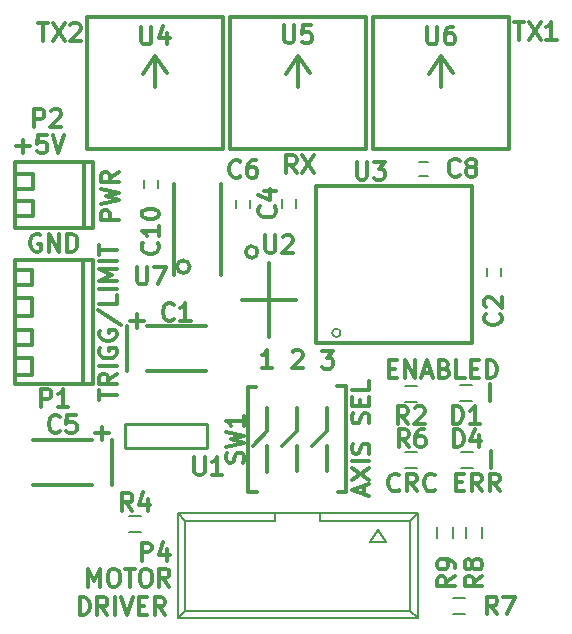
<source format=gto>
G04 #@! TF.FileFunction,Legend,Top*
%FSLAX46Y46*%
G04 Gerber Fmt 4.6, Leading zero omitted, Abs format (unit mm)*
G04 Created by KiCad (PCBNEW 4.0.0-rc1-stable) date 12.5.2016 9:41:06*
%MOMM*%
G01*
G04 APERTURE LIST*
%ADD10C,0.100000*%
%ADD11C,0.300000*%
%ADD12C,0.150000*%
%ADD13C,0.304800*%
%ADD14C,0.250000*%
G04 APERTURE END LIST*
D10*
D11*
X-15171429Y8350000D02*
X-16671429Y8350000D01*
X-16671429Y8921428D01*
X-16600000Y9064286D01*
X-16528571Y9135714D01*
X-16385714Y9207143D01*
X-16171429Y9207143D01*
X-16028571Y9135714D01*
X-15957143Y9064286D01*
X-15885714Y8921428D01*
X-15885714Y8350000D01*
X-16671429Y9707143D02*
X-15171429Y10064286D01*
X-16242857Y10350000D01*
X-15171429Y10635714D01*
X-16671429Y10992857D01*
X-15171429Y12421429D02*
X-15885714Y11921429D01*
X-15171429Y11564286D02*
X-16671429Y11564286D01*
X-16671429Y12135714D01*
X-16600000Y12278572D01*
X-16528571Y12350000D01*
X-16385714Y12421429D01*
X-16171429Y12421429D01*
X-16028571Y12350000D01*
X-15957143Y12278572D01*
X-15885714Y12135714D01*
X-15885714Y11564286D01*
X2050001Y-2728571D02*
X2978572Y-2728571D01*
X2478572Y-3300000D01*
X2692858Y-3300000D01*
X2835715Y-3371429D01*
X2907144Y-3442857D01*
X2978572Y-3585714D01*
X2978572Y-3942857D01*
X2907144Y-4085714D01*
X2835715Y-4157143D01*
X2692858Y-4228571D01*
X2264286Y-4228571D01*
X2121429Y-4157143D01*
X2050001Y-4085714D01*
X-428571Y-2821429D02*
X-357142Y-2750000D01*
X-214285Y-2678571D01*
X142858Y-2678571D01*
X285715Y-2750000D01*
X357144Y-2821429D01*
X428572Y-2964286D01*
X428572Y-3107143D01*
X357144Y-3321429D01*
X-499999Y-4178571D01*
X428572Y-4178571D01*
X5650000Y-14864285D02*
X5650000Y-14149999D01*
X6078571Y-15007142D02*
X4578571Y-14507142D01*
X6078571Y-14007142D01*
X4578571Y-13649999D02*
X6078571Y-12649999D01*
X4578571Y-12649999D02*
X6078571Y-13649999D01*
X6078571Y-12078571D02*
X4578571Y-12078571D01*
X6007143Y-11435714D02*
X6078571Y-11221428D01*
X6078571Y-10864285D01*
X6007143Y-10721428D01*
X5935714Y-10649999D01*
X5792857Y-10578571D01*
X5650000Y-10578571D01*
X5507143Y-10649999D01*
X5435714Y-10721428D01*
X5364286Y-10864285D01*
X5292857Y-11149999D01*
X5221429Y-11292857D01*
X5150000Y-11364285D01*
X5007143Y-11435714D01*
X4864286Y-11435714D01*
X4721429Y-11364285D01*
X4650000Y-11292857D01*
X4578571Y-11149999D01*
X4578571Y-10792857D01*
X4650000Y-10578571D01*
X6007143Y-8864286D02*
X6078571Y-8650000D01*
X6078571Y-8292857D01*
X6007143Y-8150000D01*
X5935714Y-8078571D01*
X5792857Y-8007143D01*
X5650000Y-8007143D01*
X5507143Y-8078571D01*
X5435714Y-8150000D01*
X5364286Y-8292857D01*
X5292857Y-8578571D01*
X5221429Y-8721429D01*
X5150000Y-8792857D01*
X5007143Y-8864286D01*
X4864286Y-8864286D01*
X4721429Y-8792857D01*
X4650000Y-8721429D01*
X4578571Y-8578571D01*
X4578571Y-8221429D01*
X4650000Y-8007143D01*
X5292857Y-7364286D02*
X5292857Y-6864286D01*
X6078571Y-6650000D02*
X6078571Y-7364286D01*
X4578571Y-7364286D01*
X4578571Y-6650000D01*
X6078571Y-5292857D02*
X6078571Y-6007143D01*
X4578571Y-6007143D01*
X-16821429Y-6871429D02*
X-16821429Y-6014286D01*
X-15321429Y-6442857D02*
X-16821429Y-6442857D01*
X-15321429Y-4657143D02*
X-16035714Y-5157143D01*
X-15321429Y-5514286D02*
X-16821429Y-5514286D01*
X-16821429Y-4942858D01*
X-16750000Y-4800000D01*
X-16678571Y-4728572D01*
X-16535714Y-4657143D01*
X-16321429Y-4657143D01*
X-16178571Y-4728572D01*
X-16107143Y-4800000D01*
X-16035714Y-4942858D01*
X-16035714Y-5514286D01*
X-15321429Y-4014286D02*
X-16821429Y-4014286D01*
X-16750000Y-2514286D02*
X-16821429Y-2657143D01*
X-16821429Y-2871429D01*
X-16750000Y-3085714D01*
X-16607143Y-3228572D01*
X-16464286Y-3300000D01*
X-16178571Y-3371429D01*
X-15964286Y-3371429D01*
X-15678571Y-3300000D01*
X-15535714Y-3228572D01*
X-15392857Y-3085714D01*
X-15321429Y-2871429D01*
X-15321429Y-2728572D01*
X-15392857Y-2514286D01*
X-15464286Y-2442857D01*
X-15964286Y-2442857D01*
X-15964286Y-2728572D01*
X-16750000Y-1014286D02*
X-16821429Y-1157143D01*
X-16821429Y-1371429D01*
X-16750000Y-1585714D01*
X-16607143Y-1728572D01*
X-16464286Y-1800000D01*
X-16178571Y-1871429D01*
X-15964286Y-1871429D01*
X-15678571Y-1800000D01*
X-15535714Y-1728572D01*
X-15392857Y-1585714D01*
X-15321429Y-1371429D01*
X-15321429Y-1228572D01*
X-15392857Y-1014286D01*
X-15464286Y-942857D01*
X-15964286Y-942857D01*
X-15964286Y-1228572D01*
X-16892857Y771428D02*
X-14964286Y-514286D01*
X-15321429Y1985715D02*
X-15321429Y1271429D01*
X-16821429Y1271429D01*
X-15321429Y2485715D02*
X-16821429Y2485715D01*
X-15321429Y3200001D02*
X-16821429Y3200001D01*
X-15750000Y3700001D01*
X-16821429Y4200001D01*
X-15321429Y4200001D01*
X-15321429Y4914287D02*
X-16821429Y4914287D01*
X-16821429Y5414287D02*
X-16821429Y6271430D01*
X-15321429Y5842859D02*
X-16821429Y5842859D01*
X-21792857Y7100000D02*
X-21935714Y7171429D01*
X-22150000Y7171429D01*
X-22364285Y7100000D01*
X-22507143Y6957143D01*
X-22578571Y6814286D01*
X-22650000Y6528571D01*
X-22650000Y6314286D01*
X-22578571Y6028571D01*
X-22507143Y5885714D01*
X-22364285Y5742857D01*
X-22150000Y5671429D01*
X-22007143Y5671429D01*
X-21792857Y5742857D01*
X-21721428Y5814286D01*
X-21721428Y6314286D01*
X-22007143Y6314286D01*
X-21078571Y5671429D02*
X-21078571Y7171429D01*
X-20221428Y5671429D01*
X-20221428Y7171429D01*
X-19507142Y5671429D02*
X-19507142Y7171429D01*
X-19149999Y7171429D01*
X-18935714Y7100000D01*
X-18792856Y6957143D01*
X-18721428Y6814286D01*
X-18649999Y6528571D01*
X-18649999Y6314286D01*
X-18721428Y6028571D01*
X-18792856Y5885714D01*
X-18935714Y5742857D01*
X-19149999Y5671429D01*
X-19507142Y5671429D01*
X-23828571Y14592857D02*
X-22685714Y14592857D01*
X-23257143Y14021429D02*
X-23257143Y15164286D01*
X-21257142Y15521429D02*
X-21971428Y15521429D01*
X-22042857Y14807143D01*
X-21971428Y14878571D01*
X-21828571Y14950000D01*
X-21471428Y14950000D01*
X-21328571Y14878571D01*
X-21257142Y14807143D01*
X-21185714Y14664286D01*
X-21185714Y14307143D01*
X-21257142Y14164286D01*
X-21328571Y14092857D01*
X-21471428Y14021429D01*
X-21828571Y14021429D01*
X-21971428Y14092857D01*
X-22042857Y14164286D01*
X-20757143Y15521429D02*
X-20257143Y14021429D01*
X-19757143Y15521429D01*
X7714286Y-4242857D02*
X8214286Y-4242857D01*
X8428572Y-5028571D02*
X7714286Y-5028571D01*
X7714286Y-3528571D01*
X8428572Y-3528571D01*
X9071429Y-5028571D02*
X9071429Y-3528571D01*
X9928572Y-5028571D01*
X9928572Y-3528571D01*
X10571429Y-4600000D02*
X11285715Y-4600000D01*
X10428572Y-5028571D02*
X10928572Y-3528571D01*
X11428572Y-5028571D01*
X12428572Y-4242857D02*
X12642858Y-4314286D01*
X12714286Y-4385714D01*
X12785715Y-4528571D01*
X12785715Y-4742857D01*
X12714286Y-4885714D01*
X12642858Y-4957143D01*
X12500000Y-5028571D01*
X11928572Y-5028571D01*
X11928572Y-3528571D01*
X12428572Y-3528571D01*
X12571429Y-3600000D01*
X12642858Y-3671429D01*
X12714286Y-3814286D01*
X12714286Y-3957143D01*
X12642858Y-4100000D01*
X12571429Y-4171429D01*
X12428572Y-4242857D01*
X11928572Y-4242857D01*
X14142858Y-5028571D02*
X13428572Y-5028571D01*
X13428572Y-3528571D01*
X14642858Y-4242857D02*
X15142858Y-4242857D01*
X15357144Y-5028571D02*
X14642858Y-5028571D01*
X14642858Y-3528571D01*
X15357144Y-3528571D01*
X16000001Y-5028571D02*
X16000001Y-3528571D01*
X16357144Y-3528571D01*
X16571429Y-3600000D01*
X16714287Y-3742857D01*
X16785715Y-3885714D01*
X16857144Y-4171429D01*
X16857144Y-4385714D01*
X16785715Y-4671429D01*
X16714287Y-4814286D01*
X16571429Y-4957143D01*
X16357144Y-5028571D01*
X16000001Y-5028571D01*
X-2171428Y-4178571D02*
X-3028571Y-4178571D01*
X-2599999Y-4178571D02*
X-2599999Y-2678571D01*
X-2742856Y-2892857D01*
X-2885714Y-3035714D01*
X-3028571Y-3107143D01*
X-17721429Y-22678571D02*
X-17721429Y-21178571D01*
X-17221429Y-22250000D01*
X-16721429Y-21178571D01*
X-16721429Y-22678571D01*
X-15721429Y-21178571D02*
X-15435715Y-21178571D01*
X-15292857Y-21250000D01*
X-15150000Y-21392857D01*
X-15078572Y-21678571D01*
X-15078572Y-22178571D01*
X-15150000Y-22464286D01*
X-15292857Y-22607143D01*
X-15435715Y-22678571D01*
X-15721429Y-22678571D01*
X-15864286Y-22607143D01*
X-16007143Y-22464286D01*
X-16078572Y-22178571D01*
X-16078572Y-21678571D01*
X-16007143Y-21392857D01*
X-15864286Y-21250000D01*
X-15721429Y-21178571D01*
X-14650000Y-21178571D02*
X-13792857Y-21178571D01*
X-14221428Y-22678571D02*
X-14221428Y-21178571D01*
X-13007143Y-21178571D02*
X-12721429Y-21178571D01*
X-12578571Y-21250000D01*
X-12435714Y-21392857D01*
X-12364286Y-21678571D01*
X-12364286Y-22178571D01*
X-12435714Y-22464286D01*
X-12578571Y-22607143D01*
X-12721429Y-22678571D01*
X-13007143Y-22678571D01*
X-13150000Y-22607143D01*
X-13292857Y-22464286D01*
X-13364286Y-22178571D01*
X-13364286Y-21678571D01*
X-13292857Y-21392857D01*
X-13150000Y-21250000D01*
X-13007143Y-21178571D01*
X-10864285Y-22678571D02*
X-11364285Y-21964286D01*
X-11721428Y-22678571D02*
X-11721428Y-21178571D01*
X-11150000Y-21178571D01*
X-11007142Y-21250000D01*
X-10935714Y-21321429D01*
X-10864285Y-21464286D01*
X-10864285Y-21678571D01*
X-10935714Y-21821429D01*
X-11007142Y-21892857D01*
X-11150000Y-21964286D01*
X-11721428Y-21964286D01*
X-18471428Y-25078571D02*
X-18471428Y-23578571D01*
X-18114285Y-23578571D01*
X-17900000Y-23650000D01*
X-17757142Y-23792857D01*
X-17685714Y-23935714D01*
X-17614285Y-24221429D01*
X-17614285Y-24435714D01*
X-17685714Y-24721429D01*
X-17757142Y-24864286D01*
X-17900000Y-25007143D01*
X-18114285Y-25078571D01*
X-18471428Y-25078571D01*
X-16114285Y-25078571D02*
X-16614285Y-24364286D01*
X-16971428Y-25078571D02*
X-16971428Y-23578571D01*
X-16400000Y-23578571D01*
X-16257142Y-23650000D01*
X-16185714Y-23721429D01*
X-16114285Y-23864286D01*
X-16114285Y-24078571D01*
X-16185714Y-24221429D01*
X-16257142Y-24292857D01*
X-16400000Y-24364286D01*
X-16971428Y-24364286D01*
X-15471428Y-25078571D02*
X-15471428Y-23578571D01*
X-14971428Y-23578571D02*
X-14471428Y-25078571D01*
X-13971428Y-23578571D01*
X-13471428Y-24292857D02*
X-12971428Y-24292857D01*
X-12757142Y-25078571D02*
X-13471428Y-25078571D01*
X-13471428Y-23578571D01*
X-12757142Y-23578571D01*
X-11257142Y-25078571D02*
X-11757142Y-24364286D01*
X-12114285Y-25078571D02*
X-12114285Y-23578571D01*
X-11542857Y-23578571D01*
X-11399999Y-23650000D01*
X-11328571Y-23721429D01*
X-11257142Y-23864286D01*
X-11257142Y-24078571D01*
X-11328571Y-24221429D01*
X-11399999Y-24292857D01*
X-11542857Y-24364286D01*
X-12114285Y-24364286D01*
X8614286Y-14485714D02*
X8542857Y-14557143D01*
X8328571Y-14628571D01*
X8185714Y-14628571D01*
X7971429Y-14557143D01*
X7828571Y-14414286D01*
X7757143Y-14271429D01*
X7685714Y-13985714D01*
X7685714Y-13771429D01*
X7757143Y-13485714D01*
X7828571Y-13342857D01*
X7971429Y-13200000D01*
X8185714Y-13128571D01*
X8328571Y-13128571D01*
X8542857Y-13200000D01*
X8614286Y-13271429D01*
X10114286Y-14628571D02*
X9614286Y-13914286D01*
X9257143Y-14628571D02*
X9257143Y-13128571D01*
X9828571Y-13128571D01*
X9971429Y-13200000D01*
X10042857Y-13271429D01*
X10114286Y-13414286D01*
X10114286Y-13628571D01*
X10042857Y-13771429D01*
X9971429Y-13842857D01*
X9828571Y-13914286D01*
X9257143Y-13914286D01*
X11614286Y-14485714D02*
X11542857Y-14557143D01*
X11328571Y-14628571D01*
X11185714Y-14628571D01*
X10971429Y-14557143D01*
X10828571Y-14414286D01*
X10757143Y-14271429D01*
X10685714Y-13985714D01*
X10685714Y-13771429D01*
X10757143Y-13485714D01*
X10828571Y-13342857D01*
X10971429Y-13200000D01*
X11185714Y-13128571D01*
X11328571Y-13128571D01*
X11542857Y-13200000D01*
X11614286Y-13271429D01*
X13400000Y-13842857D02*
X13900000Y-13842857D01*
X14114286Y-14628571D02*
X13400000Y-14628571D01*
X13400000Y-13128571D01*
X14114286Y-13128571D01*
X15614286Y-14628571D02*
X15114286Y-13914286D01*
X14757143Y-14628571D02*
X14757143Y-13128571D01*
X15328571Y-13128571D01*
X15471429Y-13200000D01*
X15542857Y-13271429D01*
X15614286Y-13414286D01*
X15614286Y-13628571D01*
X15542857Y-13771429D01*
X15471429Y-13842857D01*
X15328571Y-13914286D01*
X14757143Y-13914286D01*
X17114286Y-14628571D02*
X16614286Y-13914286D01*
X16257143Y-14628571D02*
X16257143Y-13128571D01*
X16828571Y-13128571D01*
X16971429Y-13200000D01*
X17042857Y-13271429D01*
X17114286Y-13414286D01*
X17114286Y-13628571D01*
X17042857Y-13771429D01*
X16971429Y-13842857D01*
X16828571Y-13914286D01*
X16257143Y-13914286D01*
X18342858Y25121429D02*
X19200001Y25121429D01*
X18771430Y23621429D02*
X18771430Y25121429D01*
X19557144Y25121429D02*
X20557144Y23621429D01*
X20557144Y25121429D02*
X19557144Y23621429D01*
X21914286Y23621429D02*
X21057143Y23621429D01*
X21485715Y23621429D02*
X21485715Y25121429D01*
X21342858Y24907143D01*
X21200000Y24764286D01*
X21057143Y24692857D01*
X-21957142Y25021429D02*
X-21099999Y25021429D01*
X-21528570Y23521429D02*
X-21528570Y25021429D01*
X-20742856Y25021429D02*
X-19742856Y23521429D01*
X-19742856Y25021429D02*
X-20742856Y23521429D01*
X-19242857Y24878571D02*
X-19171428Y24950000D01*
X-19028571Y25021429D01*
X-18671428Y25021429D01*
X-18528571Y24950000D01*
X-18457142Y24878571D01*
X-18385714Y24735714D01*
X-18385714Y24592857D01*
X-18457142Y24378571D01*
X-19314285Y23521429D01*
X-18385714Y23521429D01*
X-99999Y12321429D02*
X-599999Y13035714D01*
X-957142Y12321429D02*
X-957142Y13821429D01*
X-385714Y13821429D01*
X-242856Y13750000D01*
X-171428Y13678571D01*
X-99999Y13535714D01*
X-99999Y13321429D01*
X-171428Y13178571D01*
X-242856Y13107143D01*
X-385714Y13035714D01*
X-957142Y13035714D01*
X400001Y13821429D02*
X1400001Y12321429D01*
X1400001Y13821429D02*
X400001Y12321429D01*
D12*
X9525000Y-24710000D02*
X10160000Y-25345000D01*
X9525000Y-17090000D02*
X10160000Y-16455000D01*
X-9525000Y-17090000D02*
X-10160000Y-16455000D01*
X-9525000Y-24710000D02*
X-10160000Y-25345000D01*
X-1905000Y-16455000D02*
X-1905000Y-17090000D01*
X-1905000Y-17090000D02*
X-9525000Y-17090000D01*
X-9525000Y-17090000D02*
X-9525000Y-24710000D01*
X-9525000Y-24710000D02*
X9525000Y-24710000D01*
X9525000Y-24710000D02*
X9525000Y-17090000D01*
X9525000Y-17090000D02*
X1905000Y-17090000D01*
X1905000Y-17090000D02*
X1905000Y-16455000D01*
X10160000Y-16455000D02*
X-10160000Y-16455000D01*
X-10160000Y-25345000D02*
X10160000Y-25345000D01*
X10160000Y-25345000D02*
X10160000Y-16455000D01*
X-10160000Y-25345000D02*
X-10160000Y-16455000D01*
X7498080Y-18931500D02*
X6799580Y-17862160D01*
X6799580Y-17862160D02*
X6098540Y-18931500D01*
X6098540Y-18931500D02*
X7498080Y-18931500D01*
D11*
X-12100000Y22250000D02*
X-11050000Y20800000D01*
X-12100000Y19650000D02*
X-12100000Y22250000D01*
X-12100000Y22250000D02*
X-13100000Y20750000D01*
X-17850000Y25550000D02*
X-6350000Y25550000D01*
X-17850000Y14400000D02*
X-17850000Y25550000D01*
X-6350000Y14400000D02*
X-6350000Y25550000D01*
X-17850000Y14400000D02*
X-6350000Y14400000D01*
X0Y22250000D02*
X1050000Y20800000D01*
X0Y19650000D02*
X0Y22250000D01*
X0Y22250000D02*
X-1000000Y20750000D01*
X-5750000Y25550000D02*
X5750000Y25550000D01*
X-5750000Y14400000D02*
X-5750000Y25550000D01*
X5750000Y14400000D02*
X5750000Y25550000D01*
X-5750000Y14400000D02*
X5750000Y14400000D01*
X12100000Y22250000D02*
X13150000Y20800000D01*
X12100000Y19650000D02*
X12100000Y22250000D01*
X12100000Y22250000D02*
X11100000Y20750000D01*
X6350000Y25550000D02*
X17850000Y25550000D01*
X6350000Y14400000D02*
X6350000Y25550000D01*
X17850000Y14400000D02*
X17850000Y25550000D01*
X6350000Y14400000D02*
X17850000Y14400000D01*
D12*
X3636090Y-1210000D02*
G75*
G03X3636090Y-1210000I-356090J0D01*
G01*
D13*
X1516020Y-2035000D02*
X14784980Y-2035000D01*
X14784980Y-2035000D02*
X14784980Y11233960D01*
X14784980Y11233960D02*
X1516020Y11233960D01*
X1516020Y11233960D02*
X1516020Y-2035000D01*
D14*
X-7650000Y-10980000D02*
X-7650000Y-8880000D01*
X-7650000Y-10980000D02*
X-14650000Y-10980000D01*
X-14650000Y-10980000D02*
X-14650000Y-8880000D01*
X-14650000Y-8880000D02*
X-7650000Y-8880000D01*
D12*
X10300000Y13300000D02*
X11000000Y13300000D01*
X11000000Y12100000D02*
X10300000Y12100000D01*
X-4000000Y10050000D02*
X-4000000Y9350000D01*
X-5200000Y9350000D02*
X-5200000Y10050000D01*
D11*
X-15698840Y-14099920D02*
X-15698840Y-10300080D01*
X-22399360Y-14099920D02*
X-17400640Y-14099920D01*
X-22396820Y-10300080D02*
X-17398100Y-10300080D01*
D12*
X-150000Y10100000D02*
X-150000Y9400000D01*
X-1350000Y9400000D02*
X-1350000Y10100000D01*
X17200000Y4300000D02*
X17200000Y3600000D01*
X16000000Y3600000D02*
X16000000Y4300000D01*
D11*
X-14451160Y-650080D02*
X-14451160Y-4449920D01*
X-7750640Y-650080D02*
X-12749360Y-650080D01*
X-7753180Y-4449920D02*
X-12751900Y-4449920D01*
X-2450000Y4750000D02*
X-2450000Y-1550000D01*
X-150000Y1600000D02*
X-4750000Y1600000D01*
X-3400000Y5650000D02*
G75*
G03X-3400000Y5650000I-500000J0D01*
G01*
X16300000Y-5550000D02*
X16300000Y-7000000D01*
D12*
X14750000Y-6975000D02*
X13750000Y-6975000D01*
X13750000Y-5625000D02*
X14750000Y-5625000D01*
X9100000Y-5675000D02*
X10100000Y-5675000D01*
X10100000Y-7025000D02*
X9100000Y-7025000D01*
D11*
X16350000Y-11200000D02*
X16350000Y-12650000D01*
D12*
X14800000Y-12625000D02*
X13800000Y-12625000D01*
X13800000Y-11275000D02*
X14800000Y-11275000D01*
X9100000Y-11275000D02*
X10100000Y-11275000D01*
X10100000Y-12625000D02*
X9100000Y-12625000D01*
X13150000Y-23625000D02*
X14150000Y-23625000D01*
X14150000Y-24975000D02*
X13150000Y-24975000D01*
X15575000Y-17600000D02*
X15575000Y-18600000D01*
X14225000Y-18600000D02*
X14225000Y-17600000D01*
X13175000Y-17600000D02*
X13175000Y-18600000D01*
X11825000Y-18600000D02*
X11825000Y-17600000D01*
X-11800000Y11750000D02*
X-11800000Y11050000D01*
X-13000000Y11050000D02*
X-13000000Y11750000D01*
D11*
X-22500000Y-1850000D02*
X-22500000Y-2250000D01*
X-22500000Y-2250000D02*
X-23900000Y-2250000D01*
X-22500000Y-950000D02*
X-23900000Y-950000D01*
X-22500000Y-950000D02*
X-22500000Y-2150000D01*
X-22500000Y-4750000D02*
X-23900000Y-4750000D01*
X-22500000Y-3350000D02*
X-22500000Y-4750000D01*
X-22500000Y-3350000D02*
X-23900000Y-3350000D01*
X-23900000Y-2950000D02*
X-23900000Y-5550000D01*
X-23900000Y-5550000D02*
X-20600000Y-5550000D01*
X-18200000Y-2950000D02*
X-18200000Y-5550000D01*
X-17300000Y-2950000D02*
X-17300000Y-5550000D01*
X-20600000Y-5550000D02*
X-17300000Y-5550000D01*
X-18200000Y4950000D02*
X-18200000Y-2950000D01*
X-22500000Y1750000D02*
X-22500000Y250000D01*
X-22500000Y250000D02*
X-23900000Y250000D01*
X-22500000Y1750000D02*
X-23900000Y1750000D01*
X-23900000Y4150000D02*
X-22500000Y4150000D01*
X-22500000Y4150000D02*
X-22500000Y2850000D01*
X-22500000Y2850000D02*
X-23900000Y2850000D01*
X-23900000Y-2950000D02*
X-23900000Y4950000D01*
X-23900000Y4950000D02*
X-20600000Y4950000D01*
X-17300000Y950000D02*
X-17300000Y-2950000D01*
X-17300000Y4950000D02*
X-18900000Y4950000D01*
X-17300000Y950000D02*
X-17300000Y4950000D01*
X-20600000Y4950000D02*
X-18900000Y4950000D01*
D12*
X-13250000Y-18025000D02*
X-14250000Y-18025000D01*
X-14250000Y-16675000D02*
X-13250000Y-16675000D01*
D11*
X-9141484Y4400000D02*
G75*
G03X-9141484Y4400000I-538516J0D01*
G01*
X-6480000Y3700000D02*
X-6480000Y4500000D01*
X-10480000Y4600000D02*
X-10480000Y3700000D01*
X-10480000Y10600000D02*
X-10480000Y11400000D01*
X-6480000Y11400000D02*
X-6480000Y10700000D01*
X-10480000Y7600000D02*
X-10480000Y4600000D01*
X-10480000Y7600000D02*
X-10480000Y10600000D01*
X-6480000Y7600000D02*
X-6480000Y4500000D01*
X-6480000Y7600000D02*
X-6480000Y10600000D01*
X-18060000Y13264000D02*
X-18060000Y7676000D01*
X-23902000Y9962000D02*
X-22378000Y9962000D01*
X-22378000Y9962000D02*
X-22378000Y8692000D01*
X-22378000Y8692000D02*
X-23902000Y8692000D01*
X-23902000Y12248000D02*
X-22378000Y12248000D01*
X-22378000Y12248000D02*
X-22378000Y10978000D01*
X-22378000Y10978000D02*
X-23902000Y10978000D01*
X-23902000Y11486000D02*
X-23902000Y13264000D01*
X-23902000Y13264000D02*
X-20854000Y13264000D01*
X-21108000Y7676000D02*
X-23902000Y7676000D01*
X-23902000Y7676000D02*
X-23902000Y9454000D01*
X-17298000Y9454000D02*
X-17298000Y7676000D01*
X-17298000Y7676000D02*
X-19838000Y7676000D01*
X-19584000Y13264000D02*
X-17298000Y13264000D01*
X-17298000Y13264000D02*
X-17298000Y11486000D01*
X-17298000Y10470000D02*
X-17298000Y9454000D01*
X-17298000Y10470000D02*
X-17298000Y11486000D01*
X-23902000Y11486000D02*
X-23902000Y9454000D01*
X-20600000Y7676000D02*
X-21108000Y7676000D01*
X-20600000Y7676000D02*
X-19838000Y7676000D01*
X-20854000Y13264000D02*
X-19584000Y13264000D01*
X4100000Y-5700000D02*
X3350000Y-5700000D01*
X4100000Y-14650000D02*
X3400000Y-14650000D01*
X4100000Y-5700000D02*
X4100000Y-14650000D01*
X-4200000Y-14650000D02*
X-3450000Y-14650000D01*
X-4200000Y-5750000D02*
X-3500000Y-5750000D01*
X-4200000Y-5750000D02*
X-4200000Y-14650000D01*
X2500000Y-10750000D02*
X2500000Y-12900000D01*
X2500000Y-9500000D02*
X1250000Y-10750000D01*
X2500000Y-7550000D02*
X2500000Y-9450000D01*
X-100000Y-7600000D02*
X-100000Y-9500000D01*
X-100000Y-9500000D02*
X-1350000Y-10750000D01*
X-100000Y-10750000D02*
X-100000Y-12900000D01*
X-2600000Y-7600000D02*
X-2600000Y-9550000D01*
X-2600000Y-9550000D02*
X-3800000Y-10750000D01*
X-2600000Y-10750000D02*
X-2600000Y-13000000D01*
X-13207142Y-20478571D02*
X-13207142Y-18978571D01*
X-12635714Y-18978571D01*
X-12492856Y-19050000D01*
X-12421428Y-19121429D01*
X-12349999Y-19264286D01*
X-12349999Y-19478571D01*
X-12421428Y-19621429D01*
X-12492856Y-19692857D01*
X-12635714Y-19764286D01*
X-13207142Y-19764286D01*
X-11064285Y-19478571D02*
X-11064285Y-20478571D01*
X-11421428Y-18907143D02*
X-11778571Y-19978571D01*
X-10849999Y-19978571D01*
X-13242857Y24721429D02*
X-13242857Y23507143D01*
X-13171429Y23364286D01*
X-13100000Y23292857D01*
X-12957143Y23221429D01*
X-12671429Y23221429D01*
X-12528571Y23292857D01*
X-12457143Y23364286D01*
X-12385714Y23507143D01*
X-12385714Y24721429D01*
X-11028571Y24221429D02*
X-11028571Y23221429D01*
X-11385714Y24792857D02*
X-11742857Y23721429D01*
X-10814285Y23721429D01*
X-1142857Y24821429D02*
X-1142857Y23607143D01*
X-1071429Y23464286D01*
X-1000000Y23392857D01*
X-857143Y23321429D01*
X-571429Y23321429D01*
X-428571Y23392857D01*
X-357143Y23464286D01*
X-285714Y23607143D01*
X-285714Y24821429D01*
X1142858Y24821429D02*
X428572Y24821429D01*
X357143Y24107143D01*
X428572Y24178571D01*
X571429Y24250000D01*
X928572Y24250000D01*
X1071429Y24178571D01*
X1142858Y24107143D01*
X1214286Y23964286D01*
X1214286Y23607143D01*
X1142858Y23464286D01*
X1071429Y23392857D01*
X928572Y23321429D01*
X571429Y23321429D01*
X428572Y23392857D01*
X357143Y23464286D01*
X10957143Y24721429D02*
X10957143Y23507143D01*
X11028571Y23364286D01*
X11100000Y23292857D01*
X11242857Y23221429D01*
X11528571Y23221429D01*
X11671429Y23292857D01*
X11742857Y23364286D01*
X11814286Y23507143D01*
X11814286Y24721429D01*
X13171429Y24721429D02*
X12885715Y24721429D01*
X12742858Y24650000D01*
X12671429Y24578571D01*
X12528572Y24364286D01*
X12457143Y24078571D01*
X12457143Y23507143D01*
X12528572Y23364286D01*
X12600000Y23292857D01*
X12742858Y23221429D01*
X13028572Y23221429D01*
X13171429Y23292857D01*
X13242858Y23364286D01*
X13314286Y23507143D01*
X13314286Y23864286D01*
X13242858Y24007143D01*
X13171429Y24078571D01*
X13028572Y24150000D01*
X12742858Y24150000D01*
X12600000Y24078571D01*
X12528572Y24007143D01*
X12457143Y23864286D01*
X5007143Y13271429D02*
X5007143Y12057143D01*
X5078571Y11914286D01*
X5150000Y11842857D01*
X5292857Y11771429D01*
X5578571Y11771429D01*
X5721429Y11842857D01*
X5792857Y11914286D01*
X5864286Y12057143D01*
X5864286Y13271429D01*
X6435715Y13271429D02*
X7364286Y13271429D01*
X6864286Y12700000D01*
X7078572Y12700000D01*
X7221429Y12628571D01*
X7292858Y12557143D01*
X7364286Y12414286D01*
X7364286Y12057143D01*
X7292858Y11914286D01*
X7221429Y11842857D01*
X7078572Y11771429D01*
X6650000Y11771429D01*
X6507143Y11842857D01*
X6435715Y11914286D01*
X-8742857Y-11728571D02*
X-8742857Y-12942857D01*
X-8671429Y-13085714D01*
X-8600000Y-13157143D01*
X-8457143Y-13228571D01*
X-8171429Y-13228571D01*
X-8028571Y-13157143D01*
X-7957143Y-13085714D01*
X-7885714Y-12942857D01*
X-7885714Y-11728571D01*
X-6385714Y-13228571D02*
X-7242857Y-13228571D01*
X-6814285Y-13228571D02*
X-6814285Y-11728571D01*
X-6957142Y-11942857D01*
X-7100000Y-12085714D01*
X-7242857Y-12157143D01*
X13700001Y12164286D02*
X13628572Y12092857D01*
X13414286Y12021429D01*
X13271429Y12021429D01*
X13057144Y12092857D01*
X12914286Y12235714D01*
X12842858Y12378571D01*
X12771429Y12664286D01*
X12771429Y12878571D01*
X12842858Y13164286D01*
X12914286Y13307143D01*
X13057144Y13450000D01*
X13271429Y13521429D01*
X13414286Y13521429D01*
X13628572Y13450000D01*
X13700001Y13378571D01*
X14557144Y12878571D02*
X14414286Y12950000D01*
X14342858Y13021429D01*
X14271429Y13164286D01*
X14271429Y13235714D01*
X14342858Y13378571D01*
X14414286Y13450000D01*
X14557144Y13521429D01*
X14842858Y13521429D01*
X14985715Y13450000D01*
X15057144Y13378571D01*
X15128572Y13235714D01*
X15128572Y13164286D01*
X15057144Y13021429D01*
X14985715Y12950000D01*
X14842858Y12878571D01*
X14557144Y12878571D01*
X14414286Y12807143D01*
X14342858Y12735714D01*
X14271429Y12592857D01*
X14271429Y12307143D01*
X14342858Y12164286D01*
X14414286Y12092857D01*
X14557144Y12021429D01*
X14842858Y12021429D01*
X14985715Y12092857D01*
X15057144Y12164286D01*
X15128572Y12307143D01*
X15128572Y12592857D01*
X15057144Y12735714D01*
X14985715Y12807143D01*
X14842858Y12878571D01*
X-4849999Y12064286D02*
X-4921428Y11992857D01*
X-5135714Y11921429D01*
X-5278571Y11921429D01*
X-5492856Y11992857D01*
X-5635714Y12135714D01*
X-5707142Y12278571D01*
X-5778571Y12564286D01*
X-5778571Y12778571D01*
X-5707142Y13064286D01*
X-5635714Y13207143D01*
X-5492856Y13350000D01*
X-5278571Y13421429D01*
X-5135714Y13421429D01*
X-4921428Y13350000D01*
X-4849999Y13278571D01*
X-3564285Y13421429D02*
X-3849999Y13421429D01*
X-3992856Y13350000D01*
X-4064285Y13278571D01*
X-4207142Y13064286D01*
X-4278571Y12778571D01*
X-4278571Y12207143D01*
X-4207142Y12064286D01*
X-4135714Y11992857D01*
X-3992856Y11921429D01*
X-3707142Y11921429D01*
X-3564285Y11992857D01*
X-3492856Y12064286D01*
X-3421428Y12207143D01*
X-3421428Y12564286D01*
X-3492856Y12707143D01*
X-3564285Y12778571D01*
X-3707142Y12850000D01*
X-3992856Y12850000D01*
X-4135714Y12778571D01*
X-4207142Y12707143D01*
X-4278571Y12564286D01*
X-20149999Y-9535714D02*
X-20221428Y-9607143D01*
X-20435714Y-9678571D01*
X-20578571Y-9678571D01*
X-20792856Y-9607143D01*
X-20935714Y-9464286D01*
X-21007142Y-9321429D01*
X-21078571Y-9035714D01*
X-21078571Y-8821429D01*
X-21007142Y-8535714D01*
X-20935714Y-8392857D01*
X-20792856Y-8250000D01*
X-20578571Y-8178571D01*
X-20435714Y-8178571D01*
X-20221428Y-8250000D01*
X-20149999Y-8321429D01*
X-18792856Y-8178571D02*
X-19507142Y-8178571D01*
X-19578571Y-8892857D01*
X-19507142Y-8821429D01*
X-19364285Y-8750000D01*
X-19007142Y-8750000D01*
X-18864285Y-8821429D01*
X-18792856Y-8892857D01*
X-18721428Y-9035714D01*
X-18721428Y-9392857D01*
X-18792856Y-9535714D01*
X-18864285Y-9607143D01*
X-19007142Y-9678571D01*
X-19364285Y-9678571D01*
X-19507142Y-9607143D01*
X-19578571Y-9535714D01*
X-17121428Y-9707143D02*
X-15978571Y-9707143D01*
X-16550000Y-10278571D02*
X-16550000Y-9135714D01*
X-1964286Y9500001D02*
X-1892857Y9428572D01*
X-1821429Y9214286D01*
X-1821429Y9071429D01*
X-1892857Y8857144D01*
X-2035714Y8714286D01*
X-2178571Y8642858D01*
X-2464286Y8571429D01*
X-2678571Y8571429D01*
X-2964286Y8642858D01*
X-3107143Y8714286D01*
X-3250000Y8857144D01*
X-3321429Y9071429D01*
X-3321429Y9214286D01*
X-3250000Y9428572D01*
X-3178571Y9500001D01*
X-2821429Y10785715D02*
X-1821429Y10785715D01*
X-3392857Y10428572D02*
X-2321429Y10071429D01*
X-2321429Y11000001D01*
X17135714Y400001D02*
X17207143Y328572D01*
X17278571Y114286D01*
X17278571Y-28571D01*
X17207143Y-242856D01*
X17064286Y-385714D01*
X16921429Y-457142D01*
X16635714Y-528571D01*
X16421429Y-528571D01*
X16135714Y-457142D01*
X15992857Y-385714D01*
X15850000Y-242856D01*
X15778571Y-28571D01*
X15778571Y114286D01*
X15850000Y328572D01*
X15921429Y400001D01*
X15921429Y971429D02*
X15850000Y1042858D01*
X15778571Y1185715D01*
X15778571Y1542858D01*
X15850000Y1685715D01*
X15921429Y1757144D01*
X16064286Y1828572D01*
X16207143Y1828572D01*
X16421429Y1757144D01*
X17278571Y900001D01*
X17278571Y1828572D01*
X-10499999Y-35714D02*
X-10571428Y-107143D01*
X-10785714Y-178571D01*
X-10928571Y-178571D01*
X-11142856Y-107143D01*
X-11285714Y35714D01*
X-11357142Y178571D01*
X-11428571Y464286D01*
X-11428571Y678571D01*
X-11357142Y964286D01*
X-11285714Y1107143D01*
X-11142856Y1250000D01*
X-10928571Y1321429D01*
X-10785714Y1321429D01*
X-10571428Y1250000D01*
X-10499999Y1178571D01*
X-9071428Y-178571D02*
X-9928571Y-178571D01*
X-9499999Y-178571D02*
X-9499999Y1321429D01*
X-9642856Y1107143D01*
X-9785714Y964286D01*
X-9928571Y892857D01*
X-14171428Y-207143D02*
X-13028571Y-207143D01*
X-13600000Y-778571D02*
X-13600000Y364286D01*
X-2742857Y7071429D02*
X-2742857Y5857143D01*
X-2671429Y5714286D01*
X-2600000Y5642857D01*
X-2457143Y5571429D01*
X-2171429Y5571429D01*
X-2028571Y5642857D01*
X-1957143Y5714286D01*
X-1885714Y5857143D01*
X-1885714Y7071429D01*
X-1242857Y6928571D02*
X-1171428Y7000000D01*
X-1028571Y7071429D01*
X-671428Y7071429D01*
X-528571Y7000000D01*
X-457142Y6928571D01*
X-385714Y6785714D01*
X-385714Y6642857D01*
X-457142Y6428571D01*
X-1314285Y5571429D01*
X-385714Y5571429D01*
X13142858Y-8878571D02*
X13142858Y-7378571D01*
X13500001Y-7378571D01*
X13714286Y-7450000D01*
X13857144Y-7592857D01*
X13928572Y-7735714D01*
X14000001Y-8021429D01*
X14000001Y-8235714D01*
X13928572Y-8521429D01*
X13857144Y-8664286D01*
X13714286Y-8807143D01*
X13500001Y-8878571D01*
X13142858Y-8878571D01*
X15428572Y-8878571D02*
X14571429Y-8878571D01*
X15000001Y-8878571D02*
X15000001Y-7378571D01*
X14857144Y-7592857D01*
X14714286Y-7735714D01*
X14571429Y-7807143D01*
X9350001Y-8928571D02*
X8850001Y-8214286D01*
X8492858Y-8928571D02*
X8492858Y-7428571D01*
X9064286Y-7428571D01*
X9207144Y-7500000D01*
X9278572Y-7571429D01*
X9350001Y-7714286D01*
X9350001Y-7928571D01*
X9278572Y-8071429D01*
X9207144Y-8142857D01*
X9064286Y-8214286D01*
X8492858Y-8214286D01*
X9921429Y-7571429D02*
X9992858Y-7500000D01*
X10135715Y-7428571D01*
X10492858Y-7428571D01*
X10635715Y-7500000D01*
X10707144Y-7571429D01*
X10778572Y-7714286D01*
X10778572Y-7857143D01*
X10707144Y-8071429D01*
X9850001Y-8928571D01*
X10778572Y-8928571D01*
X13192858Y-10878571D02*
X13192858Y-9378571D01*
X13550001Y-9378571D01*
X13764286Y-9450000D01*
X13907144Y-9592857D01*
X13978572Y-9735714D01*
X14050001Y-10021429D01*
X14050001Y-10235714D01*
X13978572Y-10521429D01*
X13907144Y-10664286D01*
X13764286Y-10807143D01*
X13550001Y-10878571D01*
X13192858Y-10878571D01*
X15335715Y-9878571D02*
X15335715Y-10878571D01*
X14978572Y-9307143D02*
X14621429Y-10378571D01*
X15550001Y-10378571D01*
X9400001Y-10878571D02*
X8900001Y-10164286D01*
X8542858Y-10878571D02*
X8542858Y-9378571D01*
X9114286Y-9378571D01*
X9257144Y-9450000D01*
X9328572Y-9521429D01*
X9400001Y-9664286D01*
X9400001Y-9878571D01*
X9328572Y-10021429D01*
X9257144Y-10092857D01*
X9114286Y-10164286D01*
X8542858Y-10164286D01*
X10685715Y-9378571D02*
X10400001Y-9378571D01*
X10257144Y-9450000D01*
X10185715Y-9521429D01*
X10042858Y-9735714D01*
X9971429Y-10021429D01*
X9971429Y-10592857D01*
X10042858Y-10735714D01*
X10114286Y-10807143D01*
X10257144Y-10878571D01*
X10542858Y-10878571D01*
X10685715Y-10807143D01*
X10757144Y-10735714D01*
X10828572Y-10592857D01*
X10828572Y-10235714D01*
X10757144Y-10092857D01*
X10685715Y-10021429D01*
X10542858Y-9950000D01*
X10257144Y-9950000D01*
X10114286Y-10021429D01*
X10042858Y-10092857D01*
X9971429Y-10235714D01*
X16900001Y-25028571D02*
X16400001Y-24314286D01*
X16042858Y-25028571D02*
X16042858Y-23528571D01*
X16614286Y-23528571D01*
X16757144Y-23600000D01*
X16828572Y-23671429D01*
X16900001Y-23814286D01*
X16900001Y-24028571D01*
X16828572Y-24171429D01*
X16757144Y-24242857D01*
X16614286Y-24314286D01*
X16042858Y-24314286D01*
X17400001Y-23528571D02*
X18400001Y-23528571D01*
X17757144Y-25028571D01*
X15628571Y-21799999D02*
X14914286Y-22299999D01*
X15628571Y-22657142D02*
X14128571Y-22657142D01*
X14128571Y-22085714D01*
X14200000Y-21942856D01*
X14271429Y-21871428D01*
X14414286Y-21799999D01*
X14628571Y-21799999D01*
X14771429Y-21871428D01*
X14842857Y-21942856D01*
X14914286Y-22085714D01*
X14914286Y-22657142D01*
X14771429Y-20942856D02*
X14700000Y-21085714D01*
X14628571Y-21157142D01*
X14485714Y-21228571D01*
X14414286Y-21228571D01*
X14271429Y-21157142D01*
X14200000Y-21085714D01*
X14128571Y-20942856D01*
X14128571Y-20657142D01*
X14200000Y-20514285D01*
X14271429Y-20442856D01*
X14414286Y-20371428D01*
X14485714Y-20371428D01*
X14628571Y-20442856D01*
X14700000Y-20514285D01*
X14771429Y-20657142D01*
X14771429Y-20942856D01*
X14842857Y-21085714D01*
X14914286Y-21157142D01*
X15057143Y-21228571D01*
X15342857Y-21228571D01*
X15485714Y-21157142D01*
X15557143Y-21085714D01*
X15628571Y-20942856D01*
X15628571Y-20657142D01*
X15557143Y-20514285D01*
X15485714Y-20442856D01*
X15342857Y-20371428D01*
X15057143Y-20371428D01*
X14914286Y-20442856D01*
X14842857Y-20514285D01*
X14771429Y-20657142D01*
X13278571Y-21799999D02*
X12564286Y-22299999D01*
X13278571Y-22657142D02*
X11778571Y-22657142D01*
X11778571Y-22085714D01*
X11850000Y-21942856D01*
X11921429Y-21871428D01*
X12064286Y-21799999D01*
X12278571Y-21799999D01*
X12421429Y-21871428D01*
X12492857Y-21942856D01*
X12564286Y-22085714D01*
X12564286Y-22657142D01*
X13278571Y-21085714D02*
X13278571Y-20799999D01*
X13207143Y-20657142D01*
X13135714Y-20585714D01*
X12921429Y-20442856D01*
X12635714Y-20371428D01*
X12064286Y-20371428D01*
X11921429Y-20442856D01*
X11850000Y-20514285D01*
X11778571Y-20657142D01*
X11778571Y-20942856D01*
X11850000Y-21085714D01*
X11921429Y-21157142D01*
X12064286Y-21228571D01*
X12421429Y-21228571D01*
X12564286Y-21157142D01*
X12635714Y-21085714D01*
X12707143Y-20942856D01*
X12707143Y-20657142D01*
X12635714Y-20514285D01*
X12564286Y-20442856D01*
X12421429Y-20371428D01*
X-11864286Y6435715D02*
X-11792857Y6364286D01*
X-11721429Y6150000D01*
X-11721429Y6007143D01*
X-11792857Y5792858D01*
X-11935714Y5650000D01*
X-12078571Y5578572D01*
X-12364286Y5507143D01*
X-12578571Y5507143D01*
X-12864286Y5578572D01*
X-13007143Y5650000D01*
X-13150000Y5792858D01*
X-13221429Y6007143D01*
X-13221429Y6150000D01*
X-13150000Y6364286D01*
X-13078571Y6435715D01*
X-11721429Y7864286D02*
X-11721429Y7007143D01*
X-11721429Y7435715D02*
X-13221429Y7435715D01*
X-13007143Y7292858D01*
X-12864286Y7150000D01*
X-12792857Y7007143D01*
X-13221429Y8792857D02*
X-13221429Y8935714D01*
X-13150000Y9078571D01*
X-13078571Y9150000D01*
X-12935714Y9221429D01*
X-12650000Y9292857D01*
X-12292857Y9292857D01*
X-12007143Y9221429D01*
X-11864286Y9150000D01*
X-11792857Y9078571D01*
X-11721429Y8935714D01*
X-11721429Y8792857D01*
X-11792857Y8650000D01*
X-11864286Y8578571D01*
X-12007143Y8507143D01*
X-12292857Y8435714D01*
X-12650000Y8435714D01*
X-12935714Y8507143D01*
X-13078571Y8578571D01*
X-13150000Y8650000D01*
X-13221429Y8792857D01*
X-21707142Y-7478571D02*
X-21707142Y-5978571D01*
X-21135714Y-5978571D01*
X-20992856Y-6050000D01*
X-20921428Y-6121429D01*
X-20849999Y-6264286D01*
X-20849999Y-6478571D01*
X-20921428Y-6621429D01*
X-20992856Y-6692857D01*
X-21135714Y-6764286D01*
X-21707142Y-6764286D01*
X-19421428Y-7478571D02*
X-20278571Y-7478571D01*
X-19849999Y-7478571D02*
X-19849999Y-5978571D01*
X-19992856Y-6192857D01*
X-20135714Y-6335714D01*
X-20278571Y-6407143D01*
X-13999999Y-16278571D02*
X-14499999Y-15564286D01*
X-14857142Y-16278571D02*
X-14857142Y-14778571D01*
X-14285714Y-14778571D01*
X-14142856Y-14850000D01*
X-14071428Y-14921429D01*
X-13999999Y-15064286D01*
X-13999999Y-15278571D01*
X-14071428Y-15421429D01*
X-14142856Y-15492857D01*
X-14285714Y-15564286D01*
X-14857142Y-15564286D01*
X-12714285Y-15278571D02*
X-12714285Y-16278571D01*
X-13071428Y-14707143D02*
X-13428571Y-15778571D01*
X-12499999Y-15778571D01*
X-13592857Y4396429D02*
X-13592857Y3182143D01*
X-13521429Y3039286D01*
X-13450000Y2967857D01*
X-13307143Y2896429D01*
X-13021429Y2896429D01*
X-12878571Y2967857D01*
X-12807143Y3039286D01*
X-12735714Y3182143D01*
X-12735714Y4396429D01*
X-12164285Y4396429D02*
X-11164285Y4396429D01*
X-11807142Y2896429D01*
X-22307142Y16221429D02*
X-22307142Y17721429D01*
X-21735714Y17721429D01*
X-21592856Y17650000D01*
X-21521428Y17578571D01*
X-21449999Y17435714D01*
X-21449999Y17221429D01*
X-21521428Y17078571D01*
X-21592856Y17007143D01*
X-21735714Y16935714D01*
X-22307142Y16935714D01*
X-20878571Y17578571D02*
X-20807142Y17650000D01*
X-20664285Y17721429D01*
X-20307142Y17721429D01*
X-20164285Y17650000D01*
X-20092856Y17578571D01*
X-20021428Y17435714D01*
X-20021428Y17292857D01*
X-20092856Y17078571D01*
X-20949999Y16221429D01*
X-20021428Y16221429D01*
X-4642857Y-12200000D02*
X-4571429Y-11985714D01*
X-4571429Y-11628571D01*
X-4642857Y-11485714D01*
X-4714286Y-11414285D01*
X-4857143Y-11342857D01*
X-5000000Y-11342857D01*
X-5142857Y-11414285D01*
X-5214286Y-11485714D01*
X-5285714Y-11628571D01*
X-5357143Y-11914285D01*
X-5428571Y-12057143D01*
X-5500000Y-12128571D01*
X-5642857Y-12200000D01*
X-5785714Y-12200000D01*
X-5928571Y-12128571D01*
X-6000000Y-12057143D01*
X-6071429Y-11914285D01*
X-6071429Y-11557143D01*
X-6000000Y-11342857D01*
X-6071429Y-10842857D02*
X-4571429Y-10485714D01*
X-5642857Y-10200000D01*
X-4571429Y-9914286D01*
X-6071429Y-9557143D01*
X-4571429Y-8200000D02*
X-4571429Y-9057143D01*
X-4571429Y-8628571D02*
X-6071429Y-8628571D01*
X-5857143Y-8771428D01*
X-5714286Y-8914286D01*
X-5642857Y-9057143D01*
M02*

</source>
